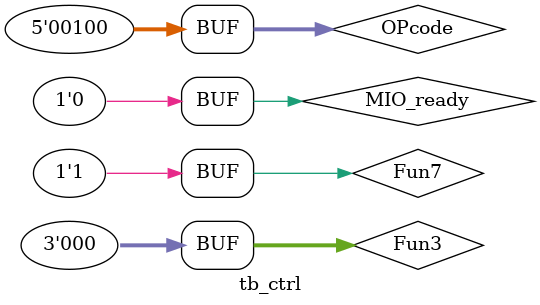
<source format=v>
`timescale 1ns / 1ps


module tb_ctrl();
    reg [4:0] OPcode;
    reg [2:0] Fun3;
    reg Fun7;
    reg MIO_ready;
   wire [1:0] ImmSel;
   wire ALUSrc_B;
    wire[1:0] MemtoReg;
    wire Jump;
    wire Branch;
    wire RegWrite;
     wire MemRW;
 wire [2:0] ALU_Control;
    wire CPU_MIO;
    initial begin
// Initialize Inputs
OPcode = 0;
Fun3= 0;
Fun7=0;
MIO_ready = 0;
#40;
// Wait 40 ns for global reset to finish¡£ÒÔÉÏÊÇ²âÊÔÄ£°å´úÂë¡£
// Add stimulus here
//¼ì²éÊä³öÐÅºÅºÍ¹Ø¼üÐÅºÅÊä³öÊÇ·ñÂú×ãÕæÖµ±í
OPcode = 5'b01100; //ALUÖ¸Áî£¬¼ì²é ALUop=2'b00; RegWrite=1
Fun3 = 3'b000; Fun7 = 1'b0;//add,¼ì²éALU_Control=3'b010
#20;
Fun3 = 3'b000; Fun7 = 1'b1;//sub,¼ì²éALU_Control=3'b110
#20;
Fun3 = 3'b111; Fun7 = 1'b0;//and,¼ì²éALU_Control=3'b000
#20;
Fun3 = 3'b110; Fun7 = 1'b0;//or,¼ì²éALU_Control=3'b001
#20;
Fun3 = 3'b010; Fun7 = 1'b0 ;//slt,¼ì²éALU_Control=3'b111
#20;
Fun3 = 3'b101; Fun7 = 1'b0;//srl,¼ì²éALU_Control=3'b101
#20;
Fun3 = 3'b100; Fun7 = 1'b0;//xor,¼ì²éALU_Control=3'b011
#20;
Fun3 = 3'b111; Fun7 = 1'b1; //¼ä¸ô
#1;
OPcode = 5'b00000;//loadÖ¸Áî£¬¼ì²é ALUop=2'b01,
#20; // ALUSrc_B=1, MemtoReg=1, RegWrite=1
OPcode = 5'b01000;
#20; //storeÖ¸Áî£¬¼ì²éALUop=2'b10, MemRW=1, ALUSrc_B=1
OPcode = 5'b11000;//beqÖ¸Áî£¬¼ì²é ALUop=2'b11, Branch=1
#20;
OPcode = 5'b11011;//jumpÖ¸Áî£¬¼ì²é Jump=1
#20;
OPcode = 5'b00100; //IÖ¸Áî£¬¼ì²é ALUop=2'b01; RegWrite=1
Fun3 = 3'b000; //addi,¼ì²éALU_Control=3'b010
end
SCPU_ctrl cpu_u(OPcode,Fun3,Fun7,MIOReady,ImmSel,ALUSrc_B,MemtoReg,
Jump,Branch,RegWrite,MemRW,ALU_Control,CPU_MIO);
endmodule

</source>
